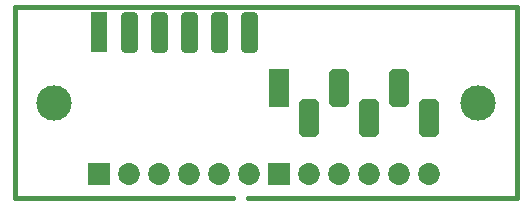
<source format=gts>
G75*
%MOIN*%
%OFA0B0*%
%FSLAX25Y25*%
%IPPOS*%
%LPD*%
%AMOC8*
5,1,8,0,0,1.08239X$1,22.5*
%
%ADD10C,0.01600*%
%ADD11C,0.00000*%
%ADD12C,0.11824*%
%ADD13R,0.05800X0.13280*%
%ADD14C,0.02900*%
%ADD15R,0.07300X0.07300*%
%ADD16C,0.07300*%
%ADD17C,0.03400*%
%ADD18R,0.06800X0.12800*%
D10*
X0001800Y0033343D02*
X0074300Y0033343D01*
X0079550Y0033343D02*
X0169050Y0033343D01*
X0169050Y0096843D01*
X0001800Y0096843D01*
X0001800Y0033343D01*
D11*
X0009117Y0065000D02*
X0009119Y0065148D01*
X0009125Y0065296D01*
X0009135Y0065444D01*
X0009149Y0065591D01*
X0009167Y0065738D01*
X0009188Y0065884D01*
X0009214Y0066030D01*
X0009244Y0066175D01*
X0009277Y0066319D01*
X0009315Y0066462D01*
X0009356Y0066604D01*
X0009401Y0066745D01*
X0009449Y0066885D01*
X0009502Y0067024D01*
X0009558Y0067161D01*
X0009618Y0067296D01*
X0009681Y0067430D01*
X0009748Y0067562D01*
X0009819Y0067692D01*
X0009893Y0067820D01*
X0009970Y0067946D01*
X0010051Y0068070D01*
X0010135Y0068192D01*
X0010222Y0068311D01*
X0010313Y0068428D01*
X0010407Y0068543D01*
X0010503Y0068655D01*
X0010603Y0068765D01*
X0010705Y0068871D01*
X0010811Y0068975D01*
X0010919Y0069076D01*
X0011030Y0069174D01*
X0011143Y0069270D01*
X0011259Y0069362D01*
X0011377Y0069451D01*
X0011498Y0069536D01*
X0011621Y0069619D01*
X0011746Y0069698D01*
X0011873Y0069774D01*
X0012002Y0069846D01*
X0012133Y0069915D01*
X0012266Y0069980D01*
X0012401Y0070041D01*
X0012537Y0070099D01*
X0012674Y0070154D01*
X0012813Y0070204D01*
X0012954Y0070251D01*
X0013095Y0070294D01*
X0013238Y0070334D01*
X0013382Y0070369D01*
X0013526Y0070401D01*
X0013672Y0070428D01*
X0013818Y0070452D01*
X0013965Y0070472D01*
X0014112Y0070488D01*
X0014259Y0070500D01*
X0014407Y0070508D01*
X0014555Y0070512D01*
X0014703Y0070512D01*
X0014851Y0070508D01*
X0014999Y0070500D01*
X0015146Y0070488D01*
X0015293Y0070472D01*
X0015440Y0070452D01*
X0015586Y0070428D01*
X0015732Y0070401D01*
X0015876Y0070369D01*
X0016020Y0070334D01*
X0016163Y0070294D01*
X0016304Y0070251D01*
X0016445Y0070204D01*
X0016584Y0070154D01*
X0016721Y0070099D01*
X0016857Y0070041D01*
X0016992Y0069980D01*
X0017125Y0069915D01*
X0017256Y0069846D01*
X0017385Y0069774D01*
X0017512Y0069698D01*
X0017637Y0069619D01*
X0017760Y0069536D01*
X0017881Y0069451D01*
X0017999Y0069362D01*
X0018115Y0069270D01*
X0018228Y0069174D01*
X0018339Y0069076D01*
X0018447Y0068975D01*
X0018553Y0068871D01*
X0018655Y0068765D01*
X0018755Y0068655D01*
X0018851Y0068543D01*
X0018945Y0068428D01*
X0019036Y0068311D01*
X0019123Y0068192D01*
X0019207Y0068070D01*
X0019288Y0067946D01*
X0019365Y0067820D01*
X0019439Y0067692D01*
X0019510Y0067562D01*
X0019577Y0067430D01*
X0019640Y0067296D01*
X0019700Y0067161D01*
X0019756Y0067024D01*
X0019809Y0066885D01*
X0019857Y0066745D01*
X0019902Y0066604D01*
X0019943Y0066462D01*
X0019981Y0066319D01*
X0020014Y0066175D01*
X0020044Y0066030D01*
X0020070Y0065884D01*
X0020091Y0065738D01*
X0020109Y0065591D01*
X0020123Y0065444D01*
X0020133Y0065296D01*
X0020139Y0065148D01*
X0020141Y0065000D01*
X0020139Y0064852D01*
X0020133Y0064704D01*
X0020123Y0064556D01*
X0020109Y0064409D01*
X0020091Y0064262D01*
X0020070Y0064116D01*
X0020044Y0063970D01*
X0020014Y0063825D01*
X0019981Y0063681D01*
X0019943Y0063538D01*
X0019902Y0063396D01*
X0019857Y0063255D01*
X0019809Y0063115D01*
X0019756Y0062976D01*
X0019700Y0062839D01*
X0019640Y0062704D01*
X0019577Y0062570D01*
X0019510Y0062438D01*
X0019439Y0062308D01*
X0019365Y0062180D01*
X0019288Y0062054D01*
X0019207Y0061930D01*
X0019123Y0061808D01*
X0019036Y0061689D01*
X0018945Y0061572D01*
X0018851Y0061457D01*
X0018755Y0061345D01*
X0018655Y0061235D01*
X0018553Y0061129D01*
X0018447Y0061025D01*
X0018339Y0060924D01*
X0018228Y0060826D01*
X0018115Y0060730D01*
X0017999Y0060638D01*
X0017881Y0060549D01*
X0017760Y0060464D01*
X0017637Y0060381D01*
X0017512Y0060302D01*
X0017385Y0060226D01*
X0017256Y0060154D01*
X0017125Y0060085D01*
X0016992Y0060020D01*
X0016857Y0059959D01*
X0016721Y0059901D01*
X0016584Y0059846D01*
X0016445Y0059796D01*
X0016304Y0059749D01*
X0016163Y0059706D01*
X0016020Y0059666D01*
X0015876Y0059631D01*
X0015732Y0059599D01*
X0015586Y0059572D01*
X0015440Y0059548D01*
X0015293Y0059528D01*
X0015146Y0059512D01*
X0014999Y0059500D01*
X0014851Y0059492D01*
X0014703Y0059488D01*
X0014555Y0059488D01*
X0014407Y0059492D01*
X0014259Y0059500D01*
X0014112Y0059512D01*
X0013965Y0059528D01*
X0013818Y0059548D01*
X0013672Y0059572D01*
X0013526Y0059599D01*
X0013382Y0059631D01*
X0013238Y0059666D01*
X0013095Y0059706D01*
X0012954Y0059749D01*
X0012813Y0059796D01*
X0012674Y0059846D01*
X0012537Y0059901D01*
X0012401Y0059959D01*
X0012266Y0060020D01*
X0012133Y0060085D01*
X0012002Y0060154D01*
X0011873Y0060226D01*
X0011746Y0060302D01*
X0011621Y0060381D01*
X0011498Y0060464D01*
X0011377Y0060549D01*
X0011259Y0060638D01*
X0011143Y0060730D01*
X0011030Y0060826D01*
X0010919Y0060924D01*
X0010811Y0061025D01*
X0010705Y0061129D01*
X0010603Y0061235D01*
X0010503Y0061345D01*
X0010407Y0061457D01*
X0010313Y0061572D01*
X0010222Y0061689D01*
X0010135Y0061808D01*
X0010051Y0061930D01*
X0009970Y0062054D01*
X0009893Y0062180D01*
X0009819Y0062308D01*
X0009748Y0062438D01*
X0009681Y0062570D01*
X0009618Y0062704D01*
X0009558Y0062839D01*
X0009502Y0062976D01*
X0009449Y0063115D01*
X0009401Y0063255D01*
X0009356Y0063396D01*
X0009315Y0063538D01*
X0009277Y0063681D01*
X0009244Y0063825D01*
X0009214Y0063970D01*
X0009188Y0064116D01*
X0009167Y0064262D01*
X0009149Y0064409D01*
X0009135Y0064556D01*
X0009125Y0064704D01*
X0009119Y0064852D01*
X0009117Y0065000D01*
X0150455Y0065008D02*
X0150457Y0065156D01*
X0150463Y0065304D01*
X0150473Y0065452D01*
X0150487Y0065599D01*
X0150505Y0065746D01*
X0150526Y0065892D01*
X0150552Y0066038D01*
X0150582Y0066183D01*
X0150615Y0066327D01*
X0150653Y0066470D01*
X0150694Y0066612D01*
X0150739Y0066753D01*
X0150787Y0066893D01*
X0150840Y0067032D01*
X0150896Y0067169D01*
X0150956Y0067304D01*
X0151019Y0067438D01*
X0151086Y0067570D01*
X0151157Y0067700D01*
X0151231Y0067828D01*
X0151308Y0067954D01*
X0151389Y0068078D01*
X0151473Y0068200D01*
X0151560Y0068319D01*
X0151651Y0068436D01*
X0151745Y0068551D01*
X0151841Y0068663D01*
X0151941Y0068773D01*
X0152043Y0068879D01*
X0152149Y0068983D01*
X0152257Y0069084D01*
X0152368Y0069182D01*
X0152481Y0069278D01*
X0152597Y0069370D01*
X0152715Y0069459D01*
X0152836Y0069544D01*
X0152959Y0069627D01*
X0153084Y0069706D01*
X0153211Y0069782D01*
X0153340Y0069854D01*
X0153471Y0069923D01*
X0153604Y0069988D01*
X0153739Y0070049D01*
X0153875Y0070107D01*
X0154012Y0070162D01*
X0154151Y0070212D01*
X0154292Y0070259D01*
X0154433Y0070302D01*
X0154576Y0070342D01*
X0154720Y0070377D01*
X0154864Y0070409D01*
X0155010Y0070436D01*
X0155156Y0070460D01*
X0155303Y0070480D01*
X0155450Y0070496D01*
X0155597Y0070508D01*
X0155745Y0070516D01*
X0155893Y0070520D01*
X0156041Y0070520D01*
X0156189Y0070516D01*
X0156337Y0070508D01*
X0156484Y0070496D01*
X0156631Y0070480D01*
X0156778Y0070460D01*
X0156924Y0070436D01*
X0157070Y0070409D01*
X0157214Y0070377D01*
X0157358Y0070342D01*
X0157501Y0070302D01*
X0157642Y0070259D01*
X0157783Y0070212D01*
X0157922Y0070162D01*
X0158059Y0070107D01*
X0158195Y0070049D01*
X0158330Y0069988D01*
X0158463Y0069923D01*
X0158594Y0069854D01*
X0158723Y0069782D01*
X0158850Y0069706D01*
X0158975Y0069627D01*
X0159098Y0069544D01*
X0159219Y0069459D01*
X0159337Y0069370D01*
X0159453Y0069278D01*
X0159566Y0069182D01*
X0159677Y0069084D01*
X0159785Y0068983D01*
X0159891Y0068879D01*
X0159993Y0068773D01*
X0160093Y0068663D01*
X0160189Y0068551D01*
X0160283Y0068436D01*
X0160374Y0068319D01*
X0160461Y0068200D01*
X0160545Y0068078D01*
X0160626Y0067954D01*
X0160703Y0067828D01*
X0160777Y0067700D01*
X0160848Y0067570D01*
X0160915Y0067438D01*
X0160978Y0067304D01*
X0161038Y0067169D01*
X0161094Y0067032D01*
X0161147Y0066893D01*
X0161195Y0066753D01*
X0161240Y0066612D01*
X0161281Y0066470D01*
X0161319Y0066327D01*
X0161352Y0066183D01*
X0161382Y0066038D01*
X0161408Y0065892D01*
X0161429Y0065746D01*
X0161447Y0065599D01*
X0161461Y0065452D01*
X0161471Y0065304D01*
X0161477Y0065156D01*
X0161479Y0065008D01*
X0161477Y0064860D01*
X0161471Y0064712D01*
X0161461Y0064564D01*
X0161447Y0064417D01*
X0161429Y0064270D01*
X0161408Y0064124D01*
X0161382Y0063978D01*
X0161352Y0063833D01*
X0161319Y0063689D01*
X0161281Y0063546D01*
X0161240Y0063404D01*
X0161195Y0063263D01*
X0161147Y0063123D01*
X0161094Y0062984D01*
X0161038Y0062847D01*
X0160978Y0062712D01*
X0160915Y0062578D01*
X0160848Y0062446D01*
X0160777Y0062316D01*
X0160703Y0062188D01*
X0160626Y0062062D01*
X0160545Y0061938D01*
X0160461Y0061816D01*
X0160374Y0061697D01*
X0160283Y0061580D01*
X0160189Y0061465D01*
X0160093Y0061353D01*
X0159993Y0061243D01*
X0159891Y0061137D01*
X0159785Y0061033D01*
X0159677Y0060932D01*
X0159566Y0060834D01*
X0159453Y0060738D01*
X0159337Y0060646D01*
X0159219Y0060557D01*
X0159098Y0060472D01*
X0158975Y0060389D01*
X0158850Y0060310D01*
X0158723Y0060234D01*
X0158594Y0060162D01*
X0158463Y0060093D01*
X0158330Y0060028D01*
X0158195Y0059967D01*
X0158059Y0059909D01*
X0157922Y0059854D01*
X0157783Y0059804D01*
X0157642Y0059757D01*
X0157501Y0059714D01*
X0157358Y0059674D01*
X0157214Y0059639D01*
X0157070Y0059607D01*
X0156924Y0059580D01*
X0156778Y0059556D01*
X0156631Y0059536D01*
X0156484Y0059520D01*
X0156337Y0059508D01*
X0156189Y0059500D01*
X0156041Y0059496D01*
X0155893Y0059496D01*
X0155745Y0059500D01*
X0155597Y0059508D01*
X0155450Y0059520D01*
X0155303Y0059536D01*
X0155156Y0059556D01*
X0155010Y0059580D01*
X0154864Y0059607D01*
X0154720Y0059639D01*
X0154576Y0059674D01*
X0154433Y0059714D01*
X0154292Y0059757D01*
X0154151Y0059804D01*
X0154012Y0059854D01*
X0153875Y0059909D01*
X0153739Y0059967D01*
X0153604Y0060028D01*
X0153471Y0060093D01*
X0153340Y0060162D01*
X0153211Y0060234D01*
X0153084Y0060310D01*
X0152959Y0060389D01*
X0152836Y0060472D01*
X0152715Y0060557D01*
X0152597Y0060646D01*
X0152481Y0060738D01*
X0152368Y0060834D01*
X0152257Y0060932D01*
X0152149Y0061033D01*
X0152043Y0061137D01*
X0151941Y0061243D01*
X0151841Y0061353D01*
X0151745Y0061465D01*
X0151651Y0061580D01*
X0151560Y0061697D01*
X0151473Y0061816D01*
X0151389Y0061938D01*
X0151308Y0062062D01*
X0151231Y0062188D01*
X0151157Y0062316D01*
X0151086Y0062446D01*
X0151019Y0062578D01*
X0150956Y0062712D01*
X0150896Y0062847D01*
X0150840Y0062984D01*
X0150787Y0063123D01*
X0150739Y0063263D01*
X0150694Y0063404D01*
X0150653Y0063546D01*
X0150615Y0063689D01*
X0150582Y0063833D01*
X0150552Y0063978D01*
X0150526Y0064124D01*
X0150505Y0064270D01*
X0150487Y0064417D01*
X0150473Y0064564D01*
X0150463Y0064712D01*
X0150457Y0064860D01*
X0150455Y0065008D01*
D12*
X0155967Y0065008D03*
X0014629Y0065000D03*
D13*
X0029800Y0088593D03*
D14*
X0041250Y0093783D02*
X0041250Y0083403D01*
X0038350Y0083403D01*
X0038350Y0093783D01*
X0041250Y0093783D01*
X0041250Y0086302D02*
X0038350Y0086302D01*
X0038350Y0089201D02*
X0041250Y0089201D01*
X0041250Y0092100D02*
X0038350Y0092100D01*
X0051250Y0093783D02*
X0051250Y0083403D01*
X0048350Y0083403D01*
X0048350Y0093783D01*
X0051250Y0093783D01*
X0051250Y0086302D02*
X0048350Y0086302D01*
X0048350Y0089201D02*
X0051250Y0089201D01*
X0051250Y0092100D02*
X0048350Y0092100D01*
X0061250Y0093783D02*
X0061250Y0083403D01*
X0058350Y0083403D01*
X0058350Y0093783D01*
X0061250Y0093783D01*
X0061250Y0086302D02*
X0058350Y0086302D01*
X0058350Y0089201D02*
X0061250Y0089201D01*
X0061250Y0092100D02*
X0058350Y0092100D01*
X0071250Y0093783D02*
X0071250Y0083403D01*
X0068350Y0083403D01*
X0068350Y0093783D01*
X0071250Y0093783D01*
X0071250Y0086302D02*
X0068350Y0086302D01*
X0068350Y0089201D02*
X0071250Y0089201D01*
X0071250Y0092100D02*
X0068350Y0092100D01*
X0081250Y0093783D02*
X0081250Y0083403D01*
X0078350Y0083403D01*
X0078350Y0093783D01*
X0081250Y0093783D01*
X0081250Y0086302D02*
X0078350Y0086302D01*
X0078350Y0089201D02*
X0081250Y0089201D01*
X0081250Y0092100D02*
X0078350Y0092100D01*
D15*
X0089800Y0041093D03*
X0029800Y0041093D03*
D16*
X0039800Y0041093D03*
X0049800Y0041093D03*
X0059800Y0041093D03*
X0069800Y0041093D03*
X0079800Y0041093D03*
X0099800Y0041093D03*
X0109800Y0041093D03*
X0119800Y0041093D03*
X0129800Y0041093D03*
X0139800Y0041093D03*
D17*
X0141500Y0055308D02*
X0141500Y0064708D01*
X0141500Y0055308D02*
X0138100Y0055308D01*
X0138100Y0064708D01*
X0141500Y0064708D01*
X0141500Y0058707D02*
X0138100Y0058707D01*
X0138100Y0062106D02*
X0141500Y0062106D01*
X0131500Y0065308D02*
X0131500Y0074708D01*
X0131500Y0065308D02*
X0128100Y0065308D01*
X0128100Y0074708D01*
X0131500Y0074708D01*
X0131500Y0068707D02*
X0128100Y0068707D01*
X0128100Y0072106D02*
X0131500Y0072106D01*
X0121500Y0064708D02*
X0121500Y0055308D01*
X0118100Y0055308D01*
X0118100Y0064708D01*
X0121500Y0064708D01*
X0121500Y0058707D02*
X0118100Y0058707D01*
X0118100Y0062106D02*
X0121500Y0062106D01*
X0111500Y0065308D02*
X0111500Y0074708D01*
X0111500Y0065308D02*
X0108100Y0065308D01*
X0108100Y0074708D01*
X0111500Y0074708D01*
X0111500Y0068707D02*
X0108100Y0068707D01*
X0108100Y0072106D02*
X0111500Y0072106D01*
X0101500Y0064708D02*
X0101500Y0055308D01*
X0098100Y0055308D01*
X0098100Y0064708D01*
X0101500Y0064708D01*
X0101500Y0058707D02*
X0098100Y0058707D01*
X0098100Y0062106D02*
X0101500Y0062106D01*
D18*
X0089800Y0070008D03*
M02*

</source>
